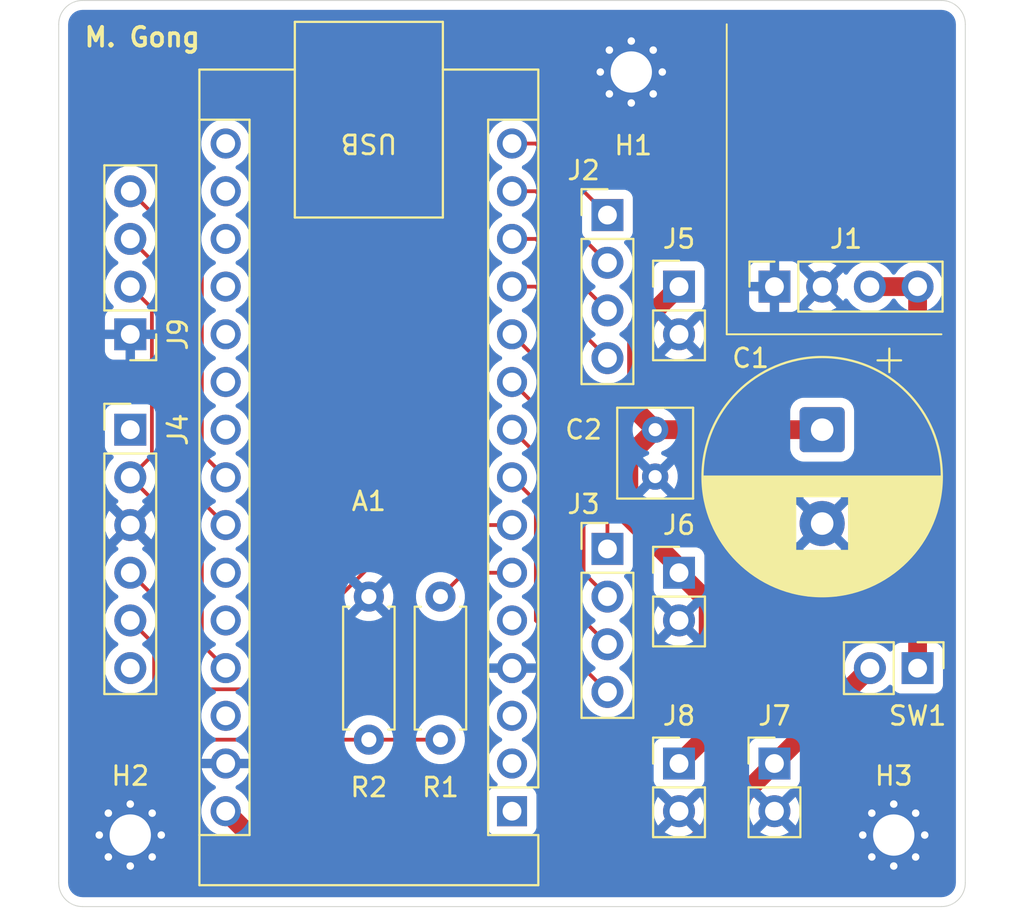
<source format=kicad_pcb>
(kicad_pcb (version 20241229) (generator "pcbnew") (generator_version "9.0")
  (title_block (title "Differential Pan Tilt Controller") (date "2025-10-31") (rev "1") (company "Minmin Gong"))
  (layers (0 "F.Cu" signal) (2 "B.Cu" signal) (13 "F.Paste" user) (15 "B.Paste" user) (5 "F.SilkS" user "F.Silkscreen") (7 "B.SilkS" user "B.Silkscreen") (1 "F.Mask" user) (3 "B.Mask" user) (25 "Edge.Cuts" user))
  (net 0 "")
  (net 2 "Net-(A1-D7)")
  (net 6 "Net-(A1-D4)")
  (net 7 "Net-(A1-D9)")
  (net 8 "GND")
  (net 9 "Net-(A1-D5)")
  (net 11 "Net-(A1-D6)")
  (net 14 "Net-(A1-D11)")
  (net 16 "Net-(A1-D10)")
  (net 17 "Net-(A1-D3)")
  (net 22 "+5V")
  (net 23 "Net-(A1-+5V)")
  (net 24 "Net-(A1-A4)")
  (net 26 "Net-(A1-A5)")
  (net 27 "Net-(A1-D8)")
  (net 28 "Net-(A1-D12)")
  (net 30 "Net-(J1-Pin_3)")
  (net 33 "Net-(J4-Pin_5)")
  (net 34 "+12V")
  (footprint "Capacitor_THT:CP_Radial_D12.5mm_P5.00mm" (layer "F.Cu") (at 142.24 76.2 -90)
    (property "Reference" "C1" (at -3.81 3.81 180) (layer "F.SilkS"))
    (property "Value" "470uF")
    (fp_line (start 3.58 1.44) (end 3.58 6.238) (stroke (width 0.12)) (layer "F.SilkS"))
    (fp_line (start 3.62 1.44) (end 3.62 6.231) (stroke (width 0.12)) (layer "F.SilkS"))
    (fp_line (start 3.66 1.44) (end 3.66 6.223) (stroke (width 0.12)) (layer "F.SilkS"))
    (fp_line (start 3.7 1.44) (end 3.7 6.216) (stroke (width 0.12)) (layer "F.SilkS"))
    (fp_line (start 3.74 1.44) (end 3.74 6.208) (stroke (width 0.12)) (layer "F.SilkS"))
    (fp_line (start 3.78 1.44) (end 3.78 6.2) (stroke (width 0.12)) (layer "F.SilkS"))
    (fp_line (start 3.82 1.44) (end 3.82 6.192) (stroke (width 0.12)) (layer "F.SilkS"))
    (fp_line (start 3.86 1.44) (end 3.86 6.183) (stroke (width 0.12)) (layer "F.SilkS"))
    (fp_line (start 3.9 1.44) (end 3.9 6.174) (stroke (width 0.12)) (layer "F.SilkS"))
    (fp_line (start 3.94 1.44) (end 3.94 6.165) (stroke (width 0.12)) (layer "F.SilkS"))
    (fp_line (start 3.98 1.44) (end 3.98 6.156) (stroke (width 0.12)) (layer "F.SilkS"))
    (fp_line (start 4.02 1.44) (end 4.02 6.146) (stroke (width 0.12)) (layer "F.SilkS"))
    (fp_line (start 4.06 1.44) (end 4.06 6.136) (stroke (width 0.12)) (layer "F.SilkS"))
    (fp_line (start 4.1 1.44) (end 4.1 6.126) (stroke (width 0.12)) (layer "F.SilkS"))
    (fp_line (start 4.14 1.44) (end 4.14 6.115) (stroke (width 0.12)) (layer "F.SilkS"))
    (fp_line (start 4.18 1.44) (end 4.18 6.104) (stroke (width 0.12)) (layer "F.SilkS"))
    (fp_line (start 4.22 1.44) (end 4.22 6.093) (stroke (width 0.12)) (layer "F.SilkS"))
    (fp_line (start 4.26 1.44) (end 4.26 6.082) (stroke (width 0.12)) (layer "F.SilkS"))
    (fp_line (start 4.3 1.44) (end 4.3 6.07) (stroke (width 0.12)) (layer "F.SilkS"))
    (fp_line (start 4.34 1.44) (end 4.34 6.058) (stroke (width 0.12)) (layer "F.SilkS"))
    (fp_line (start 4.38 1.44) (end 4.38 6.046) (stroke (width 0.12)) (layer "F.SilkS"))
    (fp_line (start 4.42 1.44) (end 4.42 6.034) (stroke (width 0.12)) (layer "F.SilkS"))
    (fp_line (start 4.46 1.44) (end 4.46 6.021) (stroke (width 0.12)) (layer "F.SilkS"))
    (fp_line (start 4.5 1.44) (end 4.5 6.008) (stroke (width 0.12)) (layer "F.SilkS"))
    (fp_line (start 4.54 1.44) (end 4.54 5.995) (stroke (width 0.12)) (layer "F.SilkS"))
    (fp_line (start 4.58 1.44) (end 4.58 5.981) (stroke (width 0.12)) (layer "F.SilkS"))
    (fp_line (start 4.62 1.44) (end 4.62 5.967) (stroke (width 0.12)) (layer "F.SilkS"))
    (fp_line (start 4.66 1.44) (end 4.66 5.953) (stroke (width 0.12)) (layer "F.SilkS"))
    (fp_line (start 4.7 1.44) (end 4.7 5.938) (stroke (width 0.12)) (layer "F.SilkS"))
    (fp_line (start 4.74 1.44) (end 4.74 5.923) (stroke (width 0.12)) (layer "F.SilkS"))
    (fp_line (start 4.78 1.44) (end 4.78 5.908) (stroke (width 0.12)) (layer "F.SilkS"))
    (fp_line (start 4.82 1.44) (end 4.82 5.892) (stroke (width 0.12)) (layer "F.SilkS"))
    (fp_line (start 4.86 1.44) (end 4.86 5.877) (stroke (width 0.12)) (layer "F.SilkS"))
    (fp_line (start 4.9 1.44) (end 4.9 5.861) (stroke (width 0.12)) (layer "F.SilkS"))
    (fp_line (start 4.94 1.44) (end 4.94 5.844) (stroke (width 0.12)) (layer "F.SilkS"))
    (fp_line (start 4.98 1.44) (end 4.98 5.827) (stroke (width 0.12)) (layer "F.SilkS"))
    (fp_line (start 5.02 1.44) (end 5.02 5.81) (stroke (width 0.12)) (layer "F.SilkS"))
    (fp_line (start 5.06 1.44) (end 5.06 5.793) (stroke (width 0.12)) (layer "F.SilkS"))
    (fp_line (start 5.1 1.44) (end 5.1 5.775) (stroke (width 0.12)) (layer "F.SilkS"))
    (fp_line (start 5.14 1.44) (end 5.14 5.757) (stroke (width 0.12)) (layer "F.SilkS"))
    (fp_line (start 5.18 1.44) (end 5.18 5.739) (stroke (width 0.12)) (layer "F.SilkS"))
    (fp_line (start 5.22 1.44) (end 5.22 5.72) (stroke (width 0.12)) (layer "F.SilkS"))
    (fp_line (start 5.26 1.44) (end 5.26 5.701) (stroke (width 0.12)) (layer "F.SilkS"))
    (fp_line (start 5.3 1.44) (end 5.3 5.682) (stroke (width 0.12)) (layer "F.SilkS"))
    (fp_line (start 5.34 1.44) (end 5.34 5.662) (stroke (width 0.12)) (layer "F.SilkS"))
    (fp_line (start 5.38 1.44) (end 5.38 5.642) (stroke (width 0.12)) (layer "F.SilkS"))
    (fp_line (start 5.42 1.44) (end 5.42 5.621) (stroke (width 0.12)) (layer "F.SilkS"))
    (fp_line (start 5.46 1.44) (end 5.46 5.601) (stroke (width 0.12)) (layer "F.SilkS"))
    (fp_line (start 5.5 1.44) (end 5.5 5.579) (stroke (width 0.12)) (layer "F.SilkS"))
    (fp_line (start 5.54 1.44) (end 5.54 5.558) (stroke (width 0.12)) (layer "F.SilkS"))
    (fp_line (start 5.58 1.44) (end 5.58 5.536) (stroke (width 0.12)) (layer "F.SilkS"))
    (fp_line (start 5.62 1.44) (end 5.62 5.514) (stroke (width 0.12)) (layer "F.SilkS"))
    (fp_line (start 5.66 1.44) (end 5.66 5.491) (stroke (width 0.12)) (layer "F.SilkS"))
    (fp_line (start 5.7 1.44) (end 5.7 5.468) (stroke (width 0.12)) (layer "F.SilkS"))
    (fp_line (start 5.74 1.44) (end 5.74 5.444) (stroke (width 0.12)) (layer "F.SilkS"))
    (fp_line (start 5.78 1.44) (end 5.78 5.421) (stroke (width 0.12)) (layer "F.SilkS"))
    (fp_line (start 5.82 1.44) (end 5.82 5.396) (stroke (width 0.12)) (layer "F.SilkS"))
    (fp_line (start 5.86 1.44) (end 5.86 5.372) (stroke (width 0.12)) (layer "F.SilkS"))
    (fp_line (start 5.9 1.44) (end 5.9 5.347) (stroke (width 0.12)) (layer "F.SilkS"))
    (fp_line (start 5.94 1.44) (end 5.94 5.321) (stroke (width 0.12)) (layer "F.SilkS"))
    (fp_line (start 5.98 1.44) (end 5.98 5.295) (stroke (width 0.12)) (layer "F.SilkS"))
    (fp_line (start 6.02 1.44) (end 6.02 5.269) (stroke (width 0.12)) (layer "F.SilkS"))
    (fp_line (start 6.06 1.44) (end 6.06 5.242) (stroke (width 0.12)) (layer "F.SilkS"))
    (fp_line (start 6.1 1.44) (end 6.1 5.215) (stroke (width 0.12)) (layer "F.SilkS"))
    (fp_line (start 6.14 1.44) (end 6.14 5.188) (stroke (width 0.12)) (layer "F.SilkS"))
    (fp_line (start 6.18 1.44) (end 6.18 5.159) (stroke (width 0.12)) (layer "F.SilkS"))
    (fp_line (start 6.22 1.44) (end 6.22 5.131) (stroke (width 0.12)) (layer "F.SilkS"))
    (fp_line (start 6.26 1.44) (end 6.26 5.102) (stroke (width 0.12)) (layer "F.SilkS"))
    (fp_line (start 6.3 1.44) (end 6.3 5.072) (stroke (width 0.12)) (layer "F.SilkS"))
    (fp_line (start 6.34 1.44) (end 6.34 5.042) (stroke (width 0.12)) (layer "F.SilkS"))
    (fp_line (start 6.38 1.44) (end 6.38 5.012) (stroke (width 0.12)) (layer "F.SilkS"))
    (fp_line (start 6.42 1.44) (end 6.42 4.981) (stroke (width 0.12)) (layer "F.SilkS"))
    (fp_line (start 8.86 -0.317) (end 8.86 0.317) (stroke (width 0.12)) (layer "F.SilkS"))
    (fp_line (start 8.82 -0.757) (end 8.82 0.757) (stroke (width 0.12)) (layer "F.SilkS"))
    (fp_line (start 8.78 -1.027) (end 8.78 1.027) (stroke (width 0.12)) (layer "F.SilkS"))
    (fp_line (start 8.74 -1.24) (end 8.74 1.24) (stroke (width 0.12)) (layer "F.SilkS"))
    (fp_line (start 8.7 -1.422) (end 8.7 1.422) (stroke (width 0.12)) (layer "F.SilkS"))
    (fp_line (start 8.66 -1.582) (end 8.66 1.582) (stroke (width 0.12)) (layer "F.SilkS"))
    (fp_line (start 8.62 -1.727) (end 8.62 1.727) (stroke (width 0.12)) (layer "F.SilkS"))
    (fp_line (start 8.58 -1.86) (end 8.58 1.86) (stroke (width 0.12)) (layer "F.SilkS"))
    (fp_line (start 8.54 -1.984) (end 8.54 1.984) (stroke (width 0.12)) (layer "F.SilkS"))
    (fp_line (start 8.5 -2.099) (end 8.5 2.099) (stroke (width 0.12)) (layer "F.SilkS"))
    (fp_line (start 8.46 -2.208) (end 8.46 2.208) (stroke (width 0.12)) (layer "F.SilkS"))
    (fp_line (start 8.42 -2.312) (end 8.42 2.312) (stroke (width 0.12)) (layer "F.SilkS"))
    (fp_line (start 8.38 -2.41) (end 8.38 2.41) (stroke (width 0.12)) (layer "F.SilkS"))
    (fp_line (start 8.34 -2.504) (end 8.34 2.504) (stroke (width 0.12)) (layer "F.SilkS"))
    (fp_line (start 8.3 -2.594) (end 8.3 2.594) (stroke (width 0.12)) (layer "F.SilkS"))
    (fp_line (start 8.26 -2.68) (end 8.26 2.68) (stroke (width 0.12)) (layer "F.SilkS"))
    (fp_line (start 8.22 -2.763) (end 8.22 2.763) (stroke (width 0.12)) (layer "F.SilkS"))
    (fp_line (start 8.18 -2.843) (end 8.18 2.843) (stroke (width 0.12)) (layer "F.SilkS"))
    (fp_line (start 8.14 -2.921) (end 8.14 2.921) (stroke (width 0.12)) (layer "F.SilkS"))
    (fp_line (start 8.1 -2.996) (end 8.1 2.996) (stroke (width 0.12)) (layer "F.SilkS"))
    (fp_line (start 8.06 -3.069) (end 8.06 3.069) (stroke (width 0.12)) (layer "F.SilkS"))
    (fp_line (start 8.02 -3.139) (end 8.02 3.139) (stroke (width 0.12)) (layer "F.SilkS"))
    (fp_line (start 7.98 -3.208) (end 7.98 3.208) (stroke (width 0.12)) (layer "F.SilkS"))
    (fp_line (start 7.94 -3.274) (end 7.94 3.274) (stroke (width 0.12)) (layer "F.SilkS"))
    (fp_line (start 7.9 -3.339) (end 7.9 3.339) (stroke (width 0.12)) (layer "F.SilkS"))
    (fp_line (start 7.86 -3.402) (end 7.86 3.402) (stroke (width 0.12)) (layer "F.SilkS"))
    (fp_line (start 7.82 -3.463) (end 7.82 3.463) (stroke (width 0.12)) (layer "F.SilkS"))
    (fp_line (start 7.78 -3.523) (end 7.78 3.523) (stroke (width 0.12)) (layer "F.SilkS"))
    (fp_line (start -4.317082 -3.575) (end -3.067082 -3.575) (stroke (width 0.12)) (layer "F.SilkS"))
    (fp_line (start 7.74 -3.582) (end 7.74 3.582) (stroke (width 0.12)) (layer "F.SilkS"))
    (fp_line (start 7.7 -3.639) (end 7.7 3.639) (stroke (width 0.12)) (layer "F.SilkS"))
    (fp_line (start 7.66 -3.695) (end 7.66 3.695) (stroke (width 0.12)) (layer "F.SilkS"))
    (fp_line (start 7.62 -3.75) (end 7.62 3.75) (stroke (width 0.12)) (layer "F.SilkS"))
    (fp_line (start 7.58 -3.803) (end 7.58 3.803) (stroke (width 0.12)) (layer "F.SilkS"))
    (fp_line (start 7.54 -3.856) (end 7.54 3.856) (stroke (width 0.12)) (layer "F.SilkS"))
    (fp_line (start 7.5 -3.907) (end 7.5 3.907) (stroke (width 0.12)) (layer "F.SilkS"))
    (fp_line (start 7.46 -3.957) (end 7.46 3.957) (stroke (width 0.12)) (layer "F.SilkS"))
    (fp_line (start 7.42 -4.006) (end 7.42 4.006) (stroke (width 0.12)) (layer "F.SilkS"))
    (fp_line (start 7.38 -4.054) (end 7.38 4.054) (stroke (width 0.12)) (layer "F.SilkS"))
    (fp_line (start 7.34 -4.101) (end 7.34 4.101) (stroke (width 0.12)) (layer "F.SilkS"))
    (fp_line (start 7.3 -4.148) (end 7.3 4.148) (stroke (width 0.12)) (layer "F.SilkS"))
    (fp_line (start 7.26 -4.193) (end 7.26 4.193) (stroke (width 0.12)) (layer "F.SilkS"))
    (fp_line (start -3.692082 -4.2) (end -3.692082 -2.95) (stroke (width 0.12)) (layer "F.SilkS"))
    (fp_line (start 7.22 -4.238) (end 7.22 4.238) (stroke (width 0.12)) (layer "F.SilkS"))
    (fp_line (start 7.18 -4.281) (end 7.18 4.281) (stroke (width 0.12)) (layer "F.SilkS"))
    (fp_line (start 7.14 -4.324) (end 7.14 4.324) (stroke (width 0.12)) (layer "F.SilkS"))
    (fp_line (start 7.1 -4.366) (end 7.1 4.366) (stroke (width 0.12)) (layer "F.SilkS"))
    (fp_line (start 7.06 -4.408) (end 7.06 4.408) (stroke (width 0.12)) (layer "F.SilkS"))
    (fp_line (start 7.02 -4.448) (end 7.02 4.448) (stroke (width 0.12)) (layer "F.SilkS"))
    (fp_line (start 6.98 -4.488) (end 6.98 4.488) (stroke (width 0.12)) (layer "F.SilkS"))
    (fp_line (start 6.94 -4.528) (end 6.94 4.528) (stroke (width 0.12)) (layer "F.SilkS"))
    (fp_line (start 6.9 -4.566) (end 6.9 4.566) (stroke (width 0.12)) (layer "F.SilkS"))
    (fp_line (start 6.86 -4.604) (end 6.86 4.604) (stroke (width 0.12)) (layer "F.SilkS"))
    (fp_line (start 6.82 -4.641) (end 6.82 4.641) (stroke (width 0.12)) (layer "F.SilkS"))
    (fp_line (start 6.78 -4.678) (end 6.78 4.678) (stroke (width 0.12)) (layer "F.SilkS"))
    (fp_line (start 6.74 -4.714) (end 6.74 4.714) (stroke (width 0.12)) (layer "F.SilkS"))
    (fp_line (start 6.7 -4.749) (end 6.7 4.749) (stroke (width 0.12)) (layer "F.SilkS"))
    (fp_line (start 6.66 -4.784) (end 6.66 4.784) (stroke (width 0.12)) (layer "F.SilkS"))
    (fp_line (start 6.62 -4.818) (end 6.62 4.818) (stroke (width 0.12)) (layer "F.SilkS"))
    (fp_line (start 6.58 -4.852) (end 6.58 4.852) (stroke (width 0.12)) (layer "F.SilkS"))
    (fp_line (start 6.54 -4.885) (end 6.54 4.885) (stroke (width 0.12)) (layer "F.SilkS"))
    (fp_line (start 6.5 -4.918) (end 6.5 4.918) (stroke (width 0.12)) (layer "F.SilkS"))
    (fp_line (start 6.46 -4.95) (end 6.46 4.95) (stroke (width 0.12)) (layer "F.SilkS"))
    (fp_line (start 6.42 -4.981) (end 6.42 -1.44) (stroke (width 0.12)) (layer "F.SilkS"))
    (fp_line (start 6.38 -5.012) (end 6.38 -1.44) (stroke (width 0.12)) (layer "F.SilkS"))
    (fp_line (start 6.34 -5.042) (end 6.34 -1.44) (stroke (width 0.12)) (layer "F.SilkS"))
    (fp_line (start 6.3 -5.072) (end 6.3 -1.44) (stroke (width 0.12)) (layer "F.SilkS"))
    (fp_line (start 6.26 -5.102) (end 6.26 -1.44) (stroke (width 0.12)) (layer "F.SilkS"))
    (fp_line (start 6.22 -5.131) (end 6.22 -1.44) (stroke (width 0.12)) (layer "F.SilkS"))
    (fp_line (start 6.18 -5.159) (end 6.18 -1.44) (stroke (width 0.12)) (layer "F.SilkS"))
    (fp_line (start 6.14 -5.188) (end 6.14 -1.44) (stroke (width 0.12)) (layer "F.SilkS"))
    (fp_line (start 6.1 -5.215) (end 6.1 -1.44) (stroke (width 0.12)) (layer "F.SilkS"))
    (fp_line (start 6.06 -5.242) (end 6.06 -1.44) (stroke (width 0.12)) (layer "F.SilkS"))
    (fp_line (start 6.02 -5.269) (end 6.02 -1.44) (stroke (width 0.12)) (layer "F.SilkS"))
    (fp_line (start 5.98 -5.295) (end 5.98 -1.44) (stroke (width 0.12)) (layer "F.SilkS"))
    (fp_line (start 5.94 -5.321) (end 5.94 -1.44) (stroke (width 0.12)) (layer "F.SilkS"))
    (fp_line (start 5.9 -5.347) (end 5.9 -1.44) (stroke (width 0.12)) (layer "F.SilkS"))
    (fp_line (start 5.86 -5.372) (end 5.86 -1.44) (stroke (width 0.12)) (layer "F.SilkS"))
    (fp_line (start 5.82 -5.396) (end 5.82 -1.44) (stroke (width 0.12)) (layer "F.SilkS"))
    (fp_line (start 5.78 -5.421) (end 5.78 -1.44) (stroke (width 0.12)) (layer "F.SilkS"))
    (fp_line (start 5.74 -5.444) (end 5.74 -1.44) (stroke (width 0.12)) (layer "F.SilkS"))
    (fp_line (start 5.7 -5.468) (end 5.7 -1.44) (stroke (width 0.12)) (layer "F.SilkS"))
    (fp_line (start 5.66 -5.491) (end 5.66 -1.44) (stroke (width 0.12)) (layer "F.SilkS"))
    (fp_line (start 5.62 -5.514) (end 5.62 -1.44) (stroke (width 0.12)) (layer "F.SilkS"))
    (fp_line (start 5.58 -5.536) (end 5.58 -1.44) (stroke (width 0.12)) (layer "F.SilkS"))
    (fp_line (start 5.54 -5.558) (end 5.54 -1.44) (stroke (width 0.12)) (layer "F.SilkS"))
    (fp_line (start 5.5 -5.579) (end 5.5 -1.44) (stroke (width 0.12)) (layer "F.SilkS"))
    (fp_line (start 5.46 -5.601) (end 5.46 -1.44) (stroke (width 0.12)) (layer "F.SilkS"))
    (fp_line (start 5.42 -5.621) (end 5.42 -1.44) (stroke (width 0.12)) (layer "F.SilkS"))
    (fp_line (start 5.38 -5.642) (end 5.38 -1.44) (stroke (width 0.12)) (layer "F.SilkS"))
    (fp_line (start 5.34 -5.662) (end 5.34 -1.44) (stroke (width 0.12)) (layer "F.SilkS"))
    (fp_line (start 5.3 -5.682) (end 5.3 -1.44) (stroke (width 0.12)) (layer "F.SilkS"))
    (fp_line (start 5.26 -5.701) (end 5.26 -1.44) (stroke (width 0.12)) (layer "F.SilkS"))
    (fp_line (start 5.22 -5.72) (end 5.22 -1.44) (stroke (width 0.12)) (layer "F.SilkS"))
    (fp_line (start 5.18 -5.739) (end 5.18 -1.44) (stroke (width 0.12)) (layer "F.SilkS"))
    (fp_line (start 5.14 -5.757) (end 5.14 -1.44) (stroke (width 0.12)) (layer "F.SilkS"))
    (fp_line (start 5.1 -5.775) (end 5.1 -1.44) (stroke (width 0.12)) (layer "F.SilkS"))
    (fp_line (start 5.06 -5.793) (end 5.06 -1.44) (stroke (width 0.12)) (layer "F.SilkS"))
    (fp_line (start 5.02 -5.81) (end 5.02 -1.44) (stroke (width 0.12)) (layer "F.SilkS"))
    (fp_line (start 4.98 -5.827) (end 4.98 -1.44) (stroke (width 0.12)) (layer "F.SilkS"))
    (fp_line (start 4.94 -5.844) (end 4.94 -1.44) (stroke (width 0.12)) (layer "F.SilkS"))
    (fp_line (start 4.9 -5.861) (end 4.9 -1.44) (stroke (width 0.12)) (layer "F.SilkS"))
    (fp_line (start 4.86 -5.877) (end 4.86 -1.44) (stroke (width 0.12)) (layer "F.SilkS"))
    (fp_line (start 4.82 -5.892) (end 4.82 -1.44) (stroke (width 0.12)) (layer "F.SilkS"))
    (fp_line (start 4.78 -5.908) (end 4.78 -1.44) (stroke (width 0.12)) (layer "F.SilkS"))
    (fp_line (start 4.74 -5.923) (end 4.74 -1.44) (stroke (width 0.12)) (layer "F.SilkS"))
    (fp_line (start 4.7 -5.938) (end 4.7 -1.44) (stroke (width 0.12)) (layer "F.SilkS"))
    (fp_line (start 4.66 -5.953) (end 4.66 -1.44) (stroke (width 0.12)) (layer "F.SilkS"))
    (fp_line (start 4.62 -5.967) (end 4.62 -1.44) (stroke (width 0.12)) (layer "F.SilkS"))
    (fp_line (start 4.58 -5.981) (end 4.58 -1.44) (stroke (width 0.12)) (layer "F.SilkS"))
    (fp_line (start 4.54 -5.995) (end 4.54 -1.44) (stroke (width 0.12)) (layer "F.SilkS"))
    (fp_line (start 4.5 -6.008) (end 4.5 -1.44) (stroke (width 0.12)) (layer "F.SilkS"))
    (fp_line (start 4.46 -6.021) (end 4.46 -1.44) (stroke (width 0.12)) (layer "F.SilkS"))
    (fp_line (start 4.42 -6.034) (end 4.42 -1.44) (stroke (width 0.12)) (layer "F.SilkS"))
    (fp_line (start 4.38 -6.046) (end 4.38 -1.44) (stroke (width 0.12)) (layer "F.SilkS"))
    (fp_line (start 4.34 -6.058) (end 4.34 -1.44) (stroke (width 0.12)) (layer "F.SilkS"))
    (fp_line (start 4.3 -6.07) (end 4.3 -1.44) (stroke (width 0.12)) (layer "F.SilkS"))
    (fp_line (start 4.26 -6.082) (end 4.26 -1.44) (stroke (width 0.12)) (layer "F.SilkS"))
    (fp_line (start 4.22 -6.093) (end 4.22 -1.44) (stroke (width 0.12)) (layer "F.SilkS"))
    (fp_line (start 4.18 -6.104) (end 4.18 -1.44) (stroke (width 0.12)) (layer "F.SilkS"))
    (fp_line (start 4.14 -6.115) (end 4.14 -1.44) (stroke (width 0.12)) (layer "F.SilkS"))
    (fp_line (start 4.1 -6.126) (end 4.1 -1.44) (stroke (width 0.12)) (layer "F.SilkS"))
    (fp_line (start 4.06 -6.136) (end 4.06 -1.44) (stroke (width 0.12)) (layer "F.SilkS"))
    (fp_line (start 4.02 -6.146) (end 4.02 -1.44) (stroke (width 0.12)) (layer "F.SilkS"))
    (fp_line (start 3.98 -6.156) (end 3.98 -1.44) (stroke (width 0.12)) (layer "F.SilkS"))
    (fp_line (start 3.94 -6.165) (end 3.94 -1.44) (stroke (width 0.12)) (layer "F.SilkS"))
    (fp_line (start 3.9 -6.174) (end 3.9 -1.44) (stroke (width 0.12)) (layer "F.SilkS"))
    (fp_line (start 3.86 -6.183) (end 3.86 -1.44) (stroke (width 0.12)) (layer "F.SilkS"))
    (fp_line (start 3.82 -6.192) (end 3.82 -1.44) (stroke (width 0.12)) (layer "F.SilkS"))
    (fp_line (start 3.78 -6.2) (end 3.78 -1.44) (stroke (width 0.12)) (layer "F.SilkS"))
    (fp_line (start 3.74 -6.208) (end 3.74 -1.44) (stroke (width 0.12)) (layer "F.SilkS"))
    (fp_line (start 3.7 -6.216) (end 3.7 -1.44) (stroke (width 0.12)) (layer "F.SilkS"))
    (fp_line (start 3.66 -6.223) (end 3.66 -1.44) (stroke (width 0.12)) (layer "F.SilkS"))
    (fp_line (start 3.62 -6.231) (end 3.62 -1.44) (stroke (width 0.12)) (layer "F.SilkS"))
    (fp_line (start 3.58 -6.238) (end 3.58 -1.44) (stroke (width 0.12)) (layer "F.SilkS"))
    (fp_line (start 3.54 -6.245) (end 3.54 6.245) (stroke (width 0.12)) (layer "F.SilkS"))
    (fp_line (start 3.5 -6.251) (end 3.5 6.251) (stroke (width 0.12)) (layer "F.SilkS"))
    (fp_line (start 3.46 -6.257) (end 3.46 6.257) (stroke (width 0.12)) (layer "F.SilkS"))
    (fp_line (start 3.42 -6.263) (end 3.42 6.263) (stroke (width 0.12)) (layer "F.SilkS"))
    (fp_line (start 3.38 -6.269) (end 3.38 6.269) (stroke (width 0.12)) (layer "F.SilkS"))
    (fp_line (start 3.34 -6.274) (end 3.34 6.274) (stroke (width 0.12)) (layer "F.SilkS"))
    (fp_line (start 3.3 -6.28) (end 3.3 6.28) (stroke (width 0.12)) (layer "F.SilkS"))
    (fp_line (start 3.26 -6.284) (end 3.26 6.284) (stroke (width 0.12)) (layer "F.SilkS"))
    (fp_line (start 3.22 -6.289) (end 3.22 6.289) (stroke (width 0.12)) (layer "F.SilkS"))
    (fp_line (start 3.18 -6.294) (end 3.18 6.294) (stroke (width 0.12)) (layer "F.SilkS"))
    (fp_line (start 3.14 -6.298) (end 3.14 6.298) (stroke (width 0.12)) (layer "F.SilkS"))
    (fp_line (start 3.1 -6.302) (end 3.1 6.302) (stroke (width 0.12)) (layer "F.SilkS"))
    (fp_line (start 3.06 -6.305) (end 3.06 6.305) (stroke (width 0.12)) (layer "F.SilkS"))
    (fp_line (start 3.02 -6.309) (end 3.02 6.309) (stroke (width 0.12)) (layer "F.SilkS"))
    (fp_line (start 2.98 -6.312) (end 2.98 6.312) (stroke (width 0.12)) (layer "F.SilkS"))
    (fp_line (start 2.94 -6.315) (end 2.94 6.315) (stroke (width 0.12)) (layer "F.SilkS"))
    (fp_line (start 2.9 -6.317) (end 2.9 6.317) (stroke (width 0.12)) (layer "F.SilkS"))
    (fp_line (start 2.86 -6.32) (end 2.86 6.32) (stroke (width 0.12)) (layer "F.SilkS"))
    (fp_line (start 2.82 -6.322) (end 2.82 6.322) (stroke (width 0.12)) (layer "F.SilkS"))
    (fp_line (start 2.78 -6.324) (end 2.78 6.324) (stroke (width 0.12)) (layer "F.SilkS"))
    (fp_line (start 2.74 -6.325) (end 2.74 6.325) (stroke (width 0.12)) (layer "F.SilkS"))
    (fp_line (start 2.7 -6.327) (end 2.7 6.327) (stroke (width 0.12)) (layer "F.SilkS"))
    (fp_line (start 2.66 -6.328) (end 2.66 6.328) (stroke (width 0.12)) (layer "F.SilkS"))
    (fp_line (start 2.58 -6.329) (end 2.58 6.329) (stroke (width 0.12)) (layer "F.SilkS"))
    (fp_line (start 2.62 -6.329) (end 2.62 6.329) (stroke (width 0.12)) (layer "F.SilkS"))
    (fp_line (start 2.5 -6.33) (end 2.5 6.33) (stroke (width 0.12)) (layer "F.SilkS"))
    (fp_line (start 2.54 -6.33) (end 2.54 6.33) (stroke (width 0.12)) (layer "F.SilkS"))
    (fp_circle (center 2.5 0) (end 8.87 0) (stroke (width 0.12)) (fill no) (layer "F.SilkS"))
    (pad "1" thru_hole roundrect (at 0 0 270) (size 2.4 2.4) (drill 1.2) (layers "*.Cu" "*.Mask") (roundrect_rratio 0.104167) (net 22 "+5V"))
    (pad "2" thru_hole circle (at 5 0 270) (size 2.4 2.4) (drill 1.2) (layers "*.Cu" "*.Mask") (net 8 "GND"))
  )
  (footprint "Connector_PinHeader_2.54mm:PinHeader_1x04_P2.54mm_Vertical" (layer "F.Cu") (at 130.81 64.77)
    (property "Reference" "J2" (at -1.27 -2.38 0) (layer "F.SilkS"))
    (property "Value" "Stepper 1")
    (fp_line (start -1.38 -1.38) (end 0 -1.38) (stroke (width 0.12)) (layer "F.SilkS"))
    (fp_line (start -1.38 0) (end -1.38 -1.38) (stroke (width 0.12)) (layer "F.SilkS"))
    (fp_line (start -1.38 1.27) (end -1.38 9) (stroke (width 0.12)) (layer "F.SilkS"))
    (fp_line (start -1.38 1.27) (end 1.38 1.27) (stroke (width 0.12)) (layer "F.SilkS"))
    (fp_line (start -1.38 9) (end 1.38 9) (stroke (width 0.12)) (layer "F.SilkS"))
    (fp_line (start 1.38 1.27) (end 1.38 9) (stroke (width 0.12)) (layer "F.SilkS"))
    (pad "1" thru_hole rect (at 0 0) (size 1.7 1.7) (drill 1) (layers "*.Cu" "*.Mask") (net 28 "Net-(A1-D12)"))
    (pad "2" thru_hole circle (at 0 2.54) (size 1.7 1.7) (drill 1) (layers "*.Cu" "*.Mask") (net 14 "Net-(A1-D11)"))
    (pad "3" thru_hole circle (at 0 5.08) (size 1.7 1.7) (drill 1) (layers "*.Cu" "*.Mask") (net 16 "Net-(A1-D10)"))
    (pad "4" thru_hole circle (at 0 7.62) (size 1.7 1.7) (drill 1) (layers "*.Cu" "*.Mask") (net 7 "Net-(A1-D9)"))
  )
  (footprint "Connector_PinHeader_2.54mm:PinHeader_1x02_P2.54mm_Vertical" (layer "F.Cu") (at 134.62 93.98)
    (property "Reference" "J8" (at 0 -2.54 180) (layer "F.SilkS"))
    (property "Value" "5V Output")
    (fp_line (start -1.38 -1.38) (end 0 -1.38) (stroke (width 0.12)) (layer "F.SilkS"))
    (fp_line (start -1.38 0) (end -1.38 -1.38) (stroke (width 0.12)) (layer "F.SilkS"))
    (fp_line (start -1.38 1.27) (end -1.38 3.92) (stroke (width 0.12)) (layer "F.SilkS"))
    (fp_line (start -1.38 1.27) (end 1.38 1.27) (stroke (width 0.12)) (layer "F.SilkS"))
    (fp_line (start -1.38 3.92) (end 1.38 3.92) (stroke (width 0.12)) (layer "F.SilkS"))
    (fp_line (start 1.38 1.27) (end 1.38 3.92) (stroke (width 0.12)) (layer "F.SilkS"))
    (pad "1" thru_hole rect (at 0 0) (size 1.7 1.7) (drill 1) (layers "*.Cu" "*.Mask") (net 22 "+5V"))
    (pad "2" thru_hole circle (at 0 2.54) (size 1.7 1.7) (drill 1) (layers "*.Cu" "*.Mask") (net 8 "GND"))
  )
  (footprint "Connector_PinHeader_2.54mm:PinHeader_1x02_P2.54mm_Vertical" (layer "F.Cu") (at 139.7 93.98)
    (property "Reference" "J7" (at 0 -2.54 180) (layer "F.SilkS"))
    (property "Value" "12V Input")
    (fp_line (start -1.38 -1.38) (end 0 -1.38) (stroke (width 0.12)) (layer "F.SilkS"))
    (fp_line (start -1.38 0) (end -1.38 -1.38) (stroke (width 0.12)) (layer "F.SilkS"))
    (fp_line (start -1.38 1.27) (end -1.38 3.92) (stroke (width 0.12)) (layer "F.SilkS"))
    (fp_line (start -1.38 1.27) (end 1.38 1.27) (stroke (width 0.12)) (layer "F.SilkS"))
    (fp_line (start -1.38 3.92) (end 1.38 3.92) (stroke (width 0.12)) (layer "F.SilkS"))
    (fp_line (start 1.38 1.27) (end 1.38 3.92) (stroke (width 0.12)) (layer "F.SilkS"))
    (pad "1" thru_hole rect (at 0 0) (size 1.7 1.7) (drill 1) (layers "*.Cu" "*.Mask") (net 34 "+12V"))
    (pad "2" thru_hole circle (at 0 2.54) (size 1.7 1.7) (drill 1) (layers "*.Cu" "*.Mask") (net 8 "GND"))
  )
  (footprint "Resistor_THT:R_Axial_DIN0207_L6.3mm_D2.5mm_P7.62mm_Horizontal" (layer "F.Cu") (at 121.92 85.09 -90)
    (property "Reference" "R1" (at 10.16 0 180) (layer "F.SilkS"))
    (property "Value" "1K")
    (fp_line (start 0.54 1.37) (end 7.08 1.37) (stroke (width 0.12)) (layer "F.SilkS"))
    (fp_line (start 7.08 1.37) (end 7.08 1.04) (stroke (width 0.12)) (layer "F.SilkS"))
    (fp_line (start 0.54 1.04) (end 0.54 1.37) (stroke (width 0.12)) (layer "F.SilkS"))
    (fp_line (start 0.54 -1.04) (end 0.54 -1.37) (stroke (width 0.12)) (layer "F.SilkS"))
    (fp_line (start 0.54 -1.37) (end 7.08 -1.37) (stroke (width 0.12)) (layer "F.SilkS"))
    (fp_line (start 7.08 -1.37) (end 7.08 -1.04) (stroke (width 0.12)) (layer "F.SilkS"))
    (pad "1" thru_hole circle (at 0 0 270) (size 1.6 1.6) (drill 0.8) (layers "*.Cu" "*.Mask") (net 17 "Net-(A1-D3)"))
    (pad "2" thru_hole circle (at 7.62 0 270) (size 1.6 1.6) (drill 0.8) (layers "*.Cu" "*.Mask") (net 33 "Net-(J4-Pin_5)"))
  )
  (footprint "MountingHole:MountingHole_2.2mm_M2_Pad_Via" (layer "F.Cu") (at 132.08 57.15)
    (property "Reference" "H1" (at 0.103274 3.913274 0) (layer "F.SilkS"))
    (property "Value" "MountingHole_Pad")
    (pad "1" thru_hole circle (at -1.65 0) (size 0.7 0.7) (drill 0.4) (layers "*.Cu" "*.Mask") (net 8 "GND"))
    (pad "1" thru_hole circle (at -1.166726 -1.166726) (size 0.7 0.7) (drill 0.4) (layers "*.Cu" "*.Mask") (net 8 "GND"))
    (pad "1" thru_hole circle (at -1.166726 1.166726) (size 0.7 0.7) (drill 0.4) (layers "*.Cu" "*.Mask") (net 8 "GND"))
    (pad "1" thru_hole circle (at 0 -1.65) (size 0.7 0.7) (drill 0.4) (layers "*.Cu" "*.Mask") (net 8 "GND"))
    (pad "1" thru_hole circle (at 0 0) (size 4.4 4.4) (drill 2.2) (layers "*.Cu" "*.Mask") (net 8 "GND"))
    (pad "1" thru_hole circle (at 0 1.65) (size 0.7 0.7) (drill 0.4) (layers "*.Cu" "*.Mask") (net 8 "GND"))
    (pad "1" thru_hole circle (at 1.166726 -1.166726) (size 0.7 0.7) (drill 0.4) (layers "*.Cu" "*.Mask") (net 8 "GND"))
    (pad "1" thru_hole circle (at 1.166726 1.166726) (size 0.7 0.7) (drill 0.4) (layers "*.Cu" "*.Mask") (net 8 "GND"))
    (pad "1" thru_hole circle (at 1.65 0) (size 0.7 0.7) (drill 0.4) (layers "*.Cu" "*.Mask") (net 8 "GND"))
  )
  (footprint "Connector_PinHeader_2.54mm:PinHeader_1x02_P2.54mm_Vertical" (layer "F.Cu") (at 134.62 83.82)
    (property "Reference" "J6" (at 0 -2.54 180) (layer "F.SilkS"))
    (property "Value" "Stepper 2 Power")
    (fp_line (start -1.38 -1.38) (end 0 -1.38) (stroke (width 0.12)) (layer "F.SilkS"))
    (fp_line (start -1.38 0) (end -1.38 -1.38) (stroke (width 0.12)) (layer "F.SilkS"))
    (fp_line (start -1.38 1.27) (end -1.38 3.92) (stroke (width 0.12)) (layer "F.SilkS"))
    (fp_line (start -1.38 1.27) (end 1.38 1.27) (stroke (width 0.12)) (layer "F.SilkS"))
    (fp_line (start -1.38 3.92) (end 1.38 3.92) (stroke (width 0.12)) (layer "F.SilkS"))
    (fp_line (start 1.38 1.27) (end 1.38 3.92) (stroke (width 0.12)) (layer "F.SilkS"))
    (pad "1" thru_hole rect (at 0 0) (size 1.7 1.7) (drill 1) (layers "*.Cu" "*.Mask") (net 22 "+5V"))
    (pad "2" thru_hole circle (at 0 2.54) (size 1.7 1.7) (drill 1) (layers "*.Cu" "*.Mask") (net 8 "GND"))
  )
  (footprint "Connector_PinHeader_2.54mm:PinHeader_1x04_P2.54mm_Vertical" (layer "F.Cu") (at 105.41 71.12 180)
    (property "Reference" "J9" (at -2.54 0 90) (layer "F.SilkS"))
    (property "Value" "Display")
    (fp_line (start 1.38 1.27) (end 1.38 9) (stroke (width 0.12)) (layer "F.SilkS"))
    (fp_line (start -1.38 9) (end 1.38 9) (stroke (width 0.12)) (layer "F.SilkS"))
    (fp_line (start -1.38 1.27) (end 1.38 1.27) (stroke (width 0.12)) (layer "F.SilkS"))
    (fp_line (start -1.38 1.27) (end -1.38 9) (stroke (width 0.12)) (layer "F.SilkS"))
    (fp_line (start -1.38 0) (end -1.38 -1.38) (stroke (width 0.12)) (layer "F.SilkS"))
    (fp_line (start -1.38 -1.38) (end 0 -1.38) (stroke (width 0.12)) (layer "F.SilkS"))
    (pad "1" thru_hole rect (at 0 0 180) (size 1.7 1.7) (drill 1) (layers "*.Cu" "*.Mask") (net 8 "GND"))
    (pad "2" thru_hole circle (at 0 2.54 180) (size 1.7 1.7) (drill 1) (layers "*.Cu" "*.Mask") (net 23 "Net-(A1-+5V)"))
    (pad "3" thru_hole circle (at 0 5.08 180) (size 1.7 1.7) (drill 1) (layers "*.Cu" "*.Mask") (net 26 "Net-(A1-A5)"))
    (pad "4" thru_hole circle (at 0 7.62 180) (size 1.7 1.7) (drill 1) (layers "*.Cu" "*.Mask") (net 24 "Net-(A1-A4)"))
  )
  (footprint "Module:Arduino_Nano" (layer "F.Cu") (at 125.73 96.52 180)
    (property "Reference" "A1" (at 7.62 16.51 0) (layer "F.SilkS"))
    (property "Value" "Arduino_Nano_v3.x")
    (fp_line (start 16.64 39.5) (end 16.64 -3.94) (stroke (width 0.12)) (layer "F.SilkS"))
    (fp_line (start 16.64 39.5) (end 11.56 39.5) (stroke (width 0.12)) (layer "F.SilkS"))
    (fp_line (start 16.64 -3.94) (end -1.4 -3.94) (stroke (width 0.12)) (layer "F.SilkS"))
    (fp_line (start 13.97 36.83) (end 16.64 36.83) (stroke (width 0.12)) (layer "F.SilkS"))
    (fp_line (start 13.97 -1.27) (end 16.64 -1.27) (stroke (width 0.12)) (layer "F.SilkS"))
    (fp_line (start 13.97 -1.27) (end 13.97 36.83) (stroke (width 0.12)) (layer "F.SilkS"))
    (fp_line (start 11.56 42.04) (end 3.68 42.04) (stroke (width 0.12)) (layer "F.SilkS"))
    (fp_line (start 11.56 31.62) (end 11.56 42.04) (stroke (width 0.12)) (layer "F.SilkS"))
    (fp_line (start 3.68 42.04) (end 3.68 31.62) (stroke (width 0.12)) (layer "F.SilkS"))
    (fp_line (start 3.68 31.62) (end 11.56 31.62) (stroke (width 0.12)) (layer "F.SilkS"))
    (fp_line (start 1.27 36.83) (end -1.4 36.83) (stroke (width 0.12)) (layer "F.SilkS"))
    (fp_line (start 1.27 1.27) (end 1.27 36.83) (stroke (width 0.12)) (layer "F.SilkS"))
    (fp_line (start 1.27 1.27) (end 1.27 -1.27) (stroke (width 0.12)) (layer "F.SilkS"))
    (fp_line (start 1.27 1.27) (end -1.4 1.27) (stroke (width 0.12)) (layer "F.SilkS"))
    (fp_line (start 1.27 -1.27) (end -1.4 -1.27) (stroke (width 0.12)) (layer "F.SilkS"))
    (fp_line (start -1.4 39.5) (end 3.68 39.5) (stroke (width 0.12)) (layer "F.SilkS"))
    (fp_line (start -1.4 1.27) (end -1.4 39.5) (stroke (width 0.12)) (layer "F.SilkS"))
    (fp_line (start -1.4 -3.94) (end -1.4 -1.27) (stroke (width 0.12)) (layer "F.SilkS"))
    (fp_text user "USB" (at 7.62 35.56 180) (layer "F.SilkS"))
    (pad "1" thru_hole rect (at 0 0 180) (size 1.6 1.6) (drill 1) (layers "*.Cu" "*.Mask"))
    (pad "2" thru_hole oval (at 0 2.54 180) (size 1.6 1.6) (drill 1) (layers "*.Cu" "*.Mask"))
    (pad "3" thru_hole oval (at 0 5.08 180) (size 1.6 1.6) (drill 1) (layers "*.Cu" "*.Mask"))
    (pad "4" thru_hole oval (at 0 7.62 180) (size 1.6 1.6) (drill 1) (layers "*.Cu" "*.Mask") (net 8 "GND"))
    (pad "5" thru_hole oval (at 0 10.16 180) (size 1.6 1.6) (drill 1) (layers "*.Cu" "*.Mask"))
    (pad "6" thru_hole oval (at 0 12.7 180) (size 1.6 1.6) (drill 1) (layers "*.Cu" "*.Mask") (net 17 "Net-(A1-D3)"))
    (pad "7" thru_hole oval (at 0 15.24 180) (size 1.6 1.6) (drill 1) (layers "*.Cu" "*.Mask") (net 6 "Net-(A1-D4)"))
    (pad "8" thru_hole oval (at 0 17.78 180) (size 1.6 1.6) (drill 1) (layers "*.Cu" "*.Mask") (net 9 "Net-(A1-D5)"))
    (pad "9" thru_hole oval (at 0 20.32 180) (size 1.6 1.6) (drill 1) (layers "*.Cu" "*.Mask") (net 11 "Net-(A1-D6)"))
    (pad "10" thru_hole oval (at 0 22.86 180) (size 1.6 1.6) (drill 1) (layers "*.Cu" "*.Mask") (net 2 "Net-(A1-D7)"))
    (pad "11" thru_hole oval (at 0 25.4 180) (size 1.6 1.6) (drill 1) (layers "*.Cu" "*.Mask") (net 27 "Net-(A1-D8)"))
    (pad "12" thru_hole oval (at 0 27.94 180) (size 1.6 1.6) (drill 1) (layers "*.Cu" "*.Mask") (net 7 "Net-(A1-D9)"))
    (pad "13" thru_hole oval (at 0 30.48 180) (size 1.6 1.6) (drill 1) (layers "*.Cu" "*.Mask") (net 16 "Net-(A1-D10)"))
    (pad "14" thru_hole oval (at 0 33.02 180) (size 1.6 1.6) (drill 1) (layers "*.Cu" "*.Mask") (net 14 "Net-(A1-D11)"))
    (pad "15" thru_hole oval (at 0 35.56 180) (size 1.6 1.6) (drill 1) (layers "*.Cu" "*.Mask") (net 28 "Net-(A1-D12)"))
    (pad "16" thru_hole oval (at 15.24 35.56 180) (size 1.6 1.6) (drill 1) (layers "*.Cu" "*.Mask"))
    (pad "17" thru_hole oval (at 15.24 33.02 180) (size 1.6 1.6) (drill 1) (layers "*.Cu" "*.Mask"))
    (pad "18" thru_hole oval (at 15.24 30.48 180) (size 1.6 1.6) (drill 1) (layers "*.Cu" "*.Mask"))
    (pad "19" thru_hole oval (at 15.24 27.94 180) (size 1.6 1.6) (drill 1) (layers "*.Cu" "*.Mask"))
    (pad "20" thru_hole oval (at 15.24 25.4 180) (size 1.6 1.6) (drill 1) (layers "*.Cu" "*.Mask"))
    (pad "21" thru_hole oval (at 15.24 22.86 180) (size 1.6 1.6) (drill 1) (layers "*.Cu" "*.Mask"))
    (pad "22" thru_hole oval (at 15.24 20.32 180) (size 1.6 1.6) (drill 1) (layers "*.Cu" "*.Mask"))
    (pad "23" thru_hole oval (at 15.24 17.78 180) (size 1.6 1.6) (drill 1) (layers "*.Cu" "*.Mask") (net 24 "Net-(A1-A4)"))
    (pad "24" thru_hole oval (at 15.24 15.24 180) (size 1.6 1.6) (drill 1) (layers "*.Cu" "*.Mask") (net 26 "Net-(A1-A5)"))
    (pad "25" thru_hole oval (at 15.24 12.7 180) (size 1.6 1.6) (drill 1) (layers "*.Cu" "*.Mask"))
    (pad "26" thru_hole oval (at 15.24 10.16 180) (size 1.6 1.6) (drill 1) (layers "*.Cu" "*.Mask"))
    (pad "27" thru_hole oval (at 15.24 7.62 180) (size 1.6 1.6) (drill 1) (layers "*.Cu" "*.Mask") (net 23 "Net-(A1-+5V)"))
    (pad "28" thru_hole oval (at 15.24 5.08 180) (size 1.6 1.6) (drill 1) (layers "*.Cu" "*.Mask"))
    (pad "29" thru_hole oval (at 15.24 2.54 180) (size 1.6 1.6) (drill 1) (layers "*.Cu" "*.Mask") (net 8 "GND"))
    (pad "30" thru_hole oval (at 15.24 0 180) (size 1.6 1.6) (drill 1) (layers "*.Cu" "*.Mask") (net 34 "+12V"))
  )
  (footprint "MountingHole:MountingHole_2.2mm_M2_Pad_Via" (layer "F.Cu") (at 146.05 97.79)
    (property "Reference" "H3" (at 0 -3.15 0) (layer "F.SilkS"))
    (property "Value" "MountingHole_Pad")
    (pad "1" thru_hole circle (at -1.65 0) (size 0.7 0.7) (drill 0.4) (layers "*.Cu" "*.Mask") (net 8 "GND"))
    (pad "1" thru_hole circle (at -1.166726 -1.166726) (size 0.7 0.7) (drill 0.4) (layers "*.Cu" "*.Mask") (net 8 "GND"))
    (pad "1" thru_hole circle (at -1.166726 1.166726) (size 0.7 0.7) (drill 0.4) (layers "*.Cu" "*.Mask") (net 8 "GND"))
    (pad "1" thru_hole circle (at 0 -1.65) (size 0.7 0.7) (drill 0.4) (layers "*.Cu" "*.Mask") (net 8 "GND"))
    (pad "1" thru_hole circle (at 0 0) (size 4.4 4.4) (drill 2.2) (layers "*.Cu" "*.Mask") (net 8 "GND"))
    (pad "1" thru_hole circle (at 0 1.65) (size 0.7 0.7) (drill 0.4) (layers "*.Cu" "*.Mask") (net 8 "GND"))
    (pad "1" thru_hole circle (at 1.166726 -1.166726) (size 0.7 0.7) (drill 0.4) (layers "*.Cu" "*.Mask") (net 8 "GND"))
    (pad "1" thru_hole circle (at 1.166726 1.166726) (size 0.7 0.7) (drill 0.4) (layers "*.Cu" "*.Mask") (net 8 "GND"))
    (pad "1" thru_hole circle (at 1.65 0) (size 0.7 0.7) (drill 0.4) (layers "*.Cu" "*.Mask") (net 8 "GND"))
  )
  (footprint "Connector_PinHeader_2.54mm:PinHeader_1x06_P2.54mm_Vertical" (layer "F.Cu") (at 105.41 76.2)
    (property "Reference" "J4" (at 2.54 0 90) (layer "F.SilkS"))
    (property "Value" "BT")
    (fp_line (start -1.38 -1.38) (end 0 -1.38) (stroke (width 0.12)) (layer "F.SilkS"))
    (fp_line (start -1.38 0) (end -1.38 -1.38) (stroke (width 0.12)) (layer "F.SilkS"))
    (fp_line (start -1.38 1.27) (end -1.38 14.08) (stroke (width 0.12)) (layer "F.SilkS"))
    (fp_line (start -1.38 1.27) (end 1.38 1.27) (stroke (width 0.12)) (layer "F.SilkS"))
    (fp_line (start -1.38 14.08) (end 1.38 14.08) (stroke (width 0.12)) (layer "F.SilkS"))
    (fp_line (start 1.38 1.27) (end 1.38 14.08) (stroke (width 0.12)) (layer "F.SilkS"))
    (pad "1" thru_hole rect (at 0 0) (size 1.7 1.7) (drill 1) (layers "*.Cu" "*.Mask"))
    (pad "2" thru_hole circle (at 0 2.54) (size 1.7 1.7) (drill 1) (layers "*.Cu" "*.Mask") (net 23 "Net-(A1-+5V)"))
    (pad "3" thru_hole circle (at 0 5.08) (size 1.7 1.7) (drill 1) (layers "*.Cu" "*.Mask") (net 8 "GND"))
    (pad "4" thru_hole circle (at 0 7.62) (size 1.7 1.7) (drill 1) (layers "*.Cu" "*.Mask") (net 6 "Net-(A1-D4)"))
    (pad "5" thru_hole circle (at 0 10.16) (size 1.7 1.7) (drill 1) (layers "*.Cu" "*.Mask") (net 33 "Net-(J4-Pin_5)"))
    (pad "6" thru_hole circle (at 0 12.7) (size 1.7 1.7) (drill 1) (layers "*.Cu" "*.Mask"))
  )
  (footprint "Connector_PinHeader_2.54mm:PinHeader_1x02_P2.54mm_Vertical" (layer "F.Cu") (at 134.62 68.58)
    (property "Reference" "J5" (at 0 -2.54 180) (layer "F.SilkS"))
    (property "Value" "Stepper 1 Power")
    (fp_line (start -1.38 -1.38) (end 0 -1.38) (stroke (width 0.12)) (layer "F.SilkS"))
    (fp_line (start -1.38 0) (end -1.38 -1.38) (stroke (width 0.12)) (layer "F.SilkS"))
    (fp_line (start -1.38 1.27) (end -1.38 3.92) (stroke (width 0.12)) (layer "F.SilkS"))
    (fp_line (start -1.38 1.27) (end 1.38 1.27) (stroke (width 0.12)) (layer "F.SilkS"))
    (fp_line (start -1.38 3.92) (end 1.38 3.92) (stroke (width 0.12)) (layer "F.SilkS"))
    (fp_line (start 1.38 1.27) (end 1.38 3.92) (stroke (width 0.12)) (layer "F.SilkS"))
    (pad "1" thru_hole rect (at 0 0) (size 1.7 1.7) (drill 1) (layers "*.Cu" "*.Mask") (net 22 "+5V"))
    (pad "2" thru_hole circle (at 0 2.54) (size 1.7 1.7) (drill 1) (layers "*.Cu" "*.Mask") (net 8 "GND"))
  )
  (footprint "Resistor_THT:R_Axial_DIN0207_L6.3mm_D2.5mm_P7.62mm_Horizontal" (layer "F.Cu") (at 118.11 92.71 90)
    (property "Reference" "R2" (at -2.54 0 180) (layer "F.SilkS"))
    (property "Value" "2K")
    (fp_line (start 7.08 -1.37) (end 7.08 -1.04) (stroke (width 0.12)) (layer "F.SilkS"))
    (fp_line (start 0.54 -1.37) (end 7.08 -1.37) (stroke (width 0.12)) (layer "F.SilkS"))
    (fp_line (start 0.54 -1.04) (end 0.54 -1.37) (stroke (width 0.12)) (layer "F.SilkS"))
    (fp_line (start 0.54 1.04) (end 0.54 1.37) (stroke (width 0.12)) (layer "F.SilkS"))
    (fp_line (start 7.08 1.37) (end 7.08 1.04) (stroke (width 0.12)) (layer "F.SilkS"))
    (fp_line (start 0.54 1.37) (end 7.08 1.37) (stroke (width 0.12)) (layer "F.SilkS"))
    (pad "1" thru_hole circle (at 0 0 90) (size 1.6 1.6) (drill 0.8) (layers "*.Cu" "*.Mask") (net 33 "Net-(J4-Pin_5)"))
    (pad "2" thru_hole circle (at 7.62 0 90) (size 1.6 1.6) (drill 0.8) (layers "*.Cu" "*.Mask") (net 8 "GND"))
  )
  (footprint "MountingHole:MountingHole_2.2mm_M2_Pad_Via" (layer "F.Cu") (at 105.41 97.79)
    (property "Reference" "H2" (at 0 -3.15 0) (layer "F.SilkS"))
    (property "Value" "MountingHole_Pad")
    (pad "1" thru_hole circle (at -1.65 0) (size 0.7 0.7) (drill 0.4) (layers "*.Cu" "*.Mask") (net 8 "GND"))
    (pad "1" thru_hole circle (at -1.166726 -1.166726) (size 0.7 0.7) (drill 0.4) (layers "*.Cu" "*.Mask") (net 8 "GND"))
    (pad "1" thru_hole circle (at -1.166726 1.166726) (size 0.7 0.7) (drill 0.4) (layers "*.Cu" "*.Mask") (net 8 "GND"))
    (pad "1" thru_hole circle (at 0 -1.65) (size 0.7 0.7) (drill 0.4) (layers "*.Cu" "*.Mask") (net 8 "GND"))
    (pad "1" thru_hole circle (at 0 0) (size 4.4 4.4) (drill 2.2) (layers "*.Cu" "*.Mask") (net 8 "GND"))
    (pad "1" thru_hole circle (at 0 1.65) (size 0.7 0.7) (drill 0.4) (layers "*.Cu" "*.Mask") (net 8 "GND"))
    (pad "1" thru_hole circle (at 1.166726 -1.166726) (size 0.7 0.7) (drill 0.4) (layers "*.Cu" "*.Mask") (net 8 "GND"))
    (pad "1" thru_hole circle (at 1.166726 1.166726) (size 0.7 0.7) (drill 0.4) (layers "*.Cu" "*.Mask") (net 8 "GND"))
    (pad "1" thru_hole circle (at 1.65 0) (size 0.7 0.7) (drill 0.4) (layers "*.Cu" "*.Mask") (net 8 "GND"))
  )
  (footprint "Connector_PinSocket_2.54mm:PinSocket_1x04_P2.54mm_Vertical" (layer "F.Cu") (at 139.7 68.58 90)
    (property "Reference" "J1" (at 2.54 3.81 180) (layer "F.SilkS"))
    (property "Value" "Power")
    (fp_line (start 1.33 -1.33) (end 1.33 0) (stroke (width 0.12)) (layer "F.SilkS"))
    (fp_line (start 0 -1.33) (end 1.33 -1.33) (stroke (width 0.12)) (layer "F.SilkS"))
    (fp_line (start 1.33 1.27) (end 1.33 8.95) (stroke (width 0.12)) (layer "F.SilkS"))
    (fp_line (start -1.33 1.27) (end 1.33 1.27) (stroke (width 0.12)) (layer "F.SilkS"))
    (fp_line (start -1.33 1.27) (end -1.33 8.95) (stroke (width 0.12)) (layer "F.SilkS"))
    (fp_line (start -1.33 8.95) (end 1.33 8.95) (stroke (width 0.12)) (layer "F.SilkS"))
    (pad "1" thru_hole rect (at 0 0 90) (size 1.7 1.7) (drill 1) (layers "*.Cu" "*.Mask") (net 8 "GND"))
    (pad "2" thru_hole circle (at 0 2.54 90) (size 1.7 1.7) (drill 1) (layers "*.Cu" "*.Mask") (net 8 "GND"))
    (pad "3" thru_hole circle (at 0 5.08 90) (size 1.7 1.7) (drill 1) (layers "*.Cu" "*.Mask") (net 30 "Net-(J1-Pin_3)"))
    (pad "4" thru_hole circle (at 0 7.62 90) (size 1.7 1.7) (drill 1) (layers "*.Cu" "*.Mask") (net 30 "Net-(J1-Pin_3)"))
  )
  (footprint "Connector_PinHeader_2.54mm:PinHeader_1x04_P2.54mm_Vertical" (layer "F.Cu") (at 130.81 82.55)
    (property "Reference" "J3" (at -1.27 -2.38 0) (layer "F.SilkS"))
    (property "Value" "Stepper 2")
    (fp_line (start -1.38 -1.38) (end 0 -1.38) (stroke (width 0.12)) (layer "F.SilkS"))
    (fp_line (start -1.38 0) (end -1.38 -1.38) (stroke (width 0.12)) (layer "F.SilkS"))
    (fp_line (start -1.38 1.27) (end -1.38 9) (stroke (width 0.12)) (layer "F.SilkS"))
    (fp_line (start -1.38 1.27) (end 1.38 1.27) (stroke (width 0.12)) (layer "F.SilkS"))
    (fp_line (start -1.38 9) (end 1.38 9) (stroke (width 0.12)) (layer "F.SilkS"))
    (fp_line (start 1.38 1.27) (end 1.38 9) (stroke (width 0.12)) (layer "F.SilkS"))
    (pad "1" thru_hole rect (at 0 0) (size 1.7 1.7) (drill 1) (layers "*.Cu" "*.Mask") (net 27 "Net-(A1-D8)"))
    (pad "2" thru_hole circle (at 0 2.54) (size 1.7 1.7) (drill 1) (layers "*.Cu" "*.Mask") (net 2 "Net-(A1-D7)"))
    (pad "3" thru_hole circle (at 0 5.08) (size 1.7 1.7) (drill 1) (layers "*.Cu" "*.Mask") (net 11 "Net-(A1-D6)"))
    (pad "4" thru_hole circle (at 0 7.62) (size 1.7 1.7) (drill 1) (layers "*.Cu" "*.Mask") (net 9 "Net-(A1-D5)"))
  )
  (footprint "Capacitor_THT:C_Rect_L4.6mm_W3.8mm_P2.50mm_MKS02_FKP02" (layer "F.Cu") (at 133.35 76.2 -90)
    (property "Reference" "C2" (at 0 3.81 0) (layer "F.SilkS"))
    (property "Value" "0.1uF")
    (fp_line (start -1.17 2.02) (end -1.17 -2.02) (stroke (width 0.12)) (layer "F.SilkS"))
    (fp_line (start 3.67 2.02) (end -1.17 2.02) (stroke (width 0.12)) (layer "F.SilkS"))
    (fp_line (start -1.17 -2.02) (end 3.67 -2.02) (stroke (width 0.12)) (layer "F.SilkS"))
    (fp_line (start 3.67 -2.02) (end 3.67 2.02) (stroke (width 0.12)) (layer "F.SilkS"))
    (pad "1" thru_hole circle (at 0 0 270) (size 1.4 1.4) (drill 0.7) (layers "*.Cu" "*.Mask") (net 22 "+5V"))
    (pad "2" thru_hole circle (at 2.5 0 270) (size 1.4 1.4) (drill 0.7) (layers "*.Cu" "*.Mask") (net 8 "GND"))
  )
  (footprint "Connector_PinHeader_2.54mm:PinHeader_1x02_P2.54mm_Vertical" (layer "F.Cu") (at 147.32 88.9 -90)
    (property "Reference" "SW1" (at 2.54 0 180) (layer "F.SilkS"))
    (property "Value" "Switch")
    (fp_line (start -1.38 3.92) (end 1.38 3.92) (stroke (width 0.12)) (layer "F.SilkS"))
    (fp_line (start -1.38 1.27) (end -1.38 3.92) (stroke (width 0.12)) (layer "F.SilkS"))
    (fp_line (start -1.38 1.27) (end 1.38 1.27) (stroke (width 0.12)) (layer "F.SilkS"))
    (fp_line (start 1.38 1.27) (end 1.38 3.92) (stroke (width 0.12)) (layer "F.SilkS"))
    (fp_line (start -1.38 0) (end -1.38 -1.38) (stroke (width 0.12)) (layer "F.SilkS"))
    (fp_line (start -1.38 -1.38) (end 0 -1.38) (stroke (width 0.12)) (layer "F.SilkS"))
    (pad "1" thru_hole rect (at 0 0 270) (size 1.7 1.7) (drill 1) (layers "*.Cu" "*.Mask") (net 30 "Net-(J1-Pin_3)"))
    (pad "2" thru_hole circle (at 0 2.54 270) (size 1.7 1.7) (drill 1) (layers "*.Cu" "*.Mask") (net 34 "+12V"))
  )
  (gr_line (start 148.59 71.12) (end 137.16 71.12) (stroke (width 0.1)) (layer "F.SilkS"))
  (gr_line (start 137.16 71.12) (end 137.16 54.61) (stroke (width 0.1)) (layer "F.SilkS"))
  (gr_arc (start 102.87 101.6) (mid 101.971974 101.228026) (end 101.6 100.33) (stroke (width 0.05)) (layer "Edge.Cuts"))
  (gr_line (start 102.87 53.34) (end 148.59 53.34) (stroke (width 0.05)) (layer "Edge.Cuts"))
  (gr_arc (start 148.59 53.34) (mid 149.488026 53.711974) (end 149.86 54.61) (stroke (width 0.05)) (layer "Edge.Cuts"))
  (gr_line (start 148.59 101.6) (end 102.87 101.6) (stroke (width 0.05)) (layer "Edge.Cuts"))
  (gr_arc (start 101.6 54.61) (mid 101.971974 53.711974) (end 102.87 53.34) (stroke (width 0.05)) (layer "Edge.Cuts"))
  (gr_line (start 101.6 100.33) (end 101.6 54.61) (stroke (width 0.05)) (layer "Edge.Cuts"))
  (gr_line (start 149.86 54.61) (end 149.86 100.33) (stroke (width 0.05)) (layer "Edge.Cuts"))
  (gr_arc (start 149.86 100.33) (mid 149.488026 101.228026) (end 148.59 101.6) (stroke (width 0.05)) (layer "Edge.Cuts"))
  (gr_text "M. Gong" (at 102.87 55.88 0) (layer "F.SilkS") (effects (font (size 1 1) (thickness 0.2) (bold yes)) (justify left bottom)))
  (segment (start 129.54 77.47) (end 129.54 83.82) (width 0.2) (layer "F.Cu") (net 2))
  (segment (start 129.54 83.82) (end 130.81 85.09) (width 0.2) (layer "F.Cu") (net 2))
  (segment (start 125.73 73.66) (end 129.54 77.47) (width 0.2) (layer "F.Cu") (net 2))
  (segment (start 125.73 81.28) (end 120.36295 81.28) (width 0.2) (layer "F.Cu") (net 6))
  (segment (start 107.95 86.36) (end 105.41 83.82) (width 0.2) (layer "F.Cu") (net 6))
  (segment (start 120.36295 81.28) (end 111.616476 90.026474) (width 0.2) (layer "F.Cu") (net 6))
  (segment (start 109.076474 90.026474) (end 107.95 88.9) (width 0.2) (layer "F.Cu") (net 6))
  (segment (start 107.95 88.9) (end 107.95 86.36) (width 0.2) (layer "F.Cu") (net 6))
  (segment (start 111.616476 90.026474) (end 109.076474 90.026474) (width 0.2) (layer "F.Cu") (net 6))
  (segment (start 127 68.58) (end 130.81 72.39) (width 0.2) (layer "F.Cu") (net 7))
  (segment (start 125.73 68.58) (end 127 68.58) (width 0.2) (layer "F.Cu") (net 7))
  (segment (start 127 80.01) (end 127 86.36) (width 0.2) (layer "F.Cu") (net 9))
  (segment (start 127 86.36) (end 130.81 90.17) (width 0.2) (layer "F.Cu") (net 9))
  (segment (start 125.73 78.74) (end 127 80.01) (width 0.2) (layer "F.Cu") (net 9))
  (segment (start 128.27 85.09) (end 130.81 87.63) (width 0.2) (layer "F.Cu") (net 11))
  (segment (start 125.73 76.2) (end 128.27 78.74) (width 0.2) (layer "F.Cu") (net 11))
  (segment (start 128.27 78.74) (end 128.27 85.09) (width 0.2) (layer "F.Cu") (net 11))
  (segment (start 127 63.5) (end 130.81 67.31) (width 0.2) (layer "F.Cu") (net 14))
  (segment (start 125.73 63.5) (end 127 63.5) (width 0.2) (layer "F.Cu") (net 14))
  (segment (start 127 66.04) (end 130.81 69.85) (width 0.2) (layer "F.Cu") (net 16))
  (segment (start 125.73 66.04) (end 127 66.04) (width 0.2) (layer "F.Cu") (net 16))
  (segment (start 121.92 85.09) (end 123.19 83.82) (width 0.2) (layer "F.Cu") (net 17))
  (segment (start 125.73 83.82) (end 123.19 83.82) (width 0.2) (layer "F.Cu") (net 17))
  (segment (start 131.949 80.868) (end 131.949 77.601) (width 1) (layer "F.Cu") (net 22))
  (segment (start 131.949 77.601) (end 133.35 76.2) (width 1) (layer "F.Cu") (net 22))
  (segment (start 134.62 83.539) (end 134.62 83.82) (width 1) (layer "F.Cu") (net 22))
  (segment (start 132.361 75.211) (end 133.35 76.2) (width 1) (layer "F.Cu") (net 22))
  (segment (start 136.171 92.429) (end 134.62 93.98) (width 1) (layer "F.Cu") (net 22))
  (segment (start 132.361 70.839) (end 132.361 75.211) (width 1) (layer "F.Cu") (net 22))
  (segment (start 134.62 83.82) (end 136.171 85.371) (width 1) (layer "F.Cu") (net 22))
  (segment (start 133.35 76.2) (end 142.24 76.2) (width 1) (layer "F.Cu") (net 22))
  (segment (start 131.949 80.868) (end 134.62 83.539) (width 1) (layer "F.Cu") (net 22))
  (segment (start 134.62 68.58) (end 132.361 70.839) (width 1) (layer "F.Cu") (net 22))
  (segment (start 136.171 85.371) (end 136.171 92.429) (width 1) (layer "F.Cu") (net 22))
  (segment (start 106.561 77.589) (end 106.561 69.731) (width 0.2) (layer "F.Cu") (net 23))
  (segment (start 106.561 77.589) (end 105.41 78.74) (width 0.2) (layer "F.Cu") (net 23))
  (segment (start 109.22 82.55) (end 109.22 87.63) (width 0.2) (layer "F.Cu") (net 23))
  (segment (start 109.22 87.63) (end 110.49 88.9) (width 0.2) (layer "F.Cu") (net 23))
  (segment (start 105.41 78.74) (end 109.22 82.55) (width 0.2) (layer "F.Cu") (net 23))
  (segment (start 106.561 69.731) (end 105.41 68.58) (width 0.2) (layer "F.Cu") (net 23))
  (segment (start 110.49 78.74) (end 109.22 77.47) (width 0.2) (layer "F.Cu") (net 24))
  (segment (start 105.41 63.5) (end 109.22 67.31) (width 0.2) (layer "F.Cu") (net 24))
  (segment (start 109.22 77.47) (end 109.22 67.31) (width 0.2) (layer "F.Cu") (net 24))
  (segment (start 107.95 78.74) (end 110.49 81.28) (width 0.2) (layer "F.Cu") (net 26))
  (segment (start 105.41 66.04) (end 107.95 68.58) (width 0.2) (layer "F.Cu") (net 26))
  (segment (start 107.95 68.58) (end 107.95 78.74) (width 0.2) (layer "F.Cu") (net 26))
  (segment (start 130.81 76.2) (end 130.81 82.55) (width 0.2) (layer "F.Cu") (net 27))
  (segment (start 125.73 71.12) (end 130.81 76.2) (width 0.2) (layer "F.Cu") (net 27))
  (segment (start 127 60.96) (end 130.81 64.77) (width 0.2) (layer "F.Cu") (net 28))
  (segment (start 125.73 60.96) (end 127 60.96) (width 0.2) (layer "F.Cu") (net 28))
  (segment (start 147.32 68.58) (end 147.32 88.9) (width 1) (layer "F.Cu") (net 30))
  (segment (start 144.78 68.58) (end 147.32 68.58) (width 1) (layer "F.Cu") (net 30))
  (segment (start 118.11 92.71) (end 121.92 92.71) (width 0.2) (layer "F.Cu") (net 33))
  (segment (start 105.41 86.36) (end 106.68 87.63) (width 0.2) (layer "F.Cu") (net 33))
  (segment (start 106.68 87.63) (end 106.68 90.17) (width 0.2) (layer "F.Cu") (net 33))
  (segment (start 109.22 92.71) (end 118.11 92.71) (width 0.2) (layer "F.Cu") (net 33))
  (segment (start 106.68 90.17) (end 109.22 92.71) (width 0.2) (layer "F.Cu") (net 33))
  (segment (start 112.395 98.425) (end 110.49 96.52) (width 1) (layer "F.Cu") (net 34))
  (segment (start 135.255 98.425) (end 112.395 98.425) (width 1) (layer "F.Cu") (net 34))
  (segment (start 139.7 93.98) (end 144.78 88.9) (width 1) (layer "F.Cu") (net 34))
  (segment (start 139.7 93.98) (end 135.255 98.425) (width 1) (layer "F.Cu") (net 34))
  (zone (net 8) (net_name "GND") (layer "B.Cu") (name "GND") (connect_pads (clearance 0.5)) (min_thickness 0.25) (fill yes (thermal_gap 0.5) (thermal_bridge_width 0.5) (smoothing fillet) (radius 1.27))
    (polygon (pts (xy 101.6 53.34) (xy 149.86 53.34) (xy 149.86 101.6) (xy 101.6 101.6)))
  )
)
</source>
